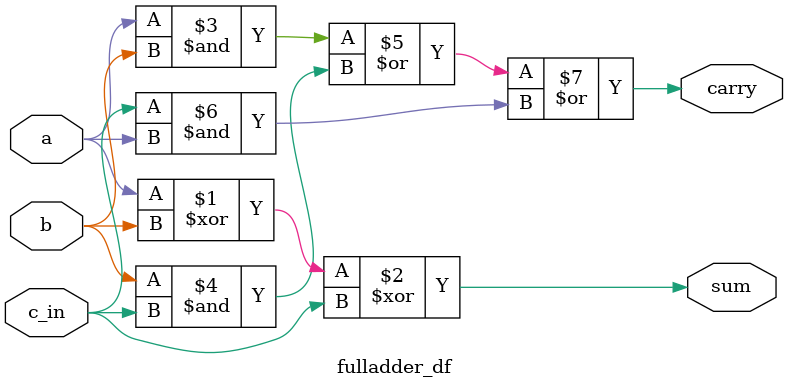
<source format=v>
module fulladder_df(sum,carry,a,b,c_in);
    output sum,carry;
    input a,b,c_in;
    assign sum=a^b^c_in;
    assign carry=(a&b)|(b&c_in)|(c_in&a);

endmodule
</source>
